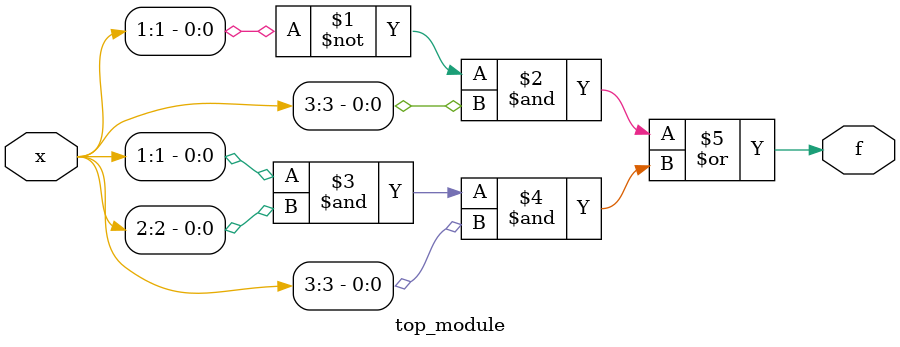
<source format=v>


module top_module (
    input [4:1] x,
    output f
);

    assign f = (~x[1] & x[3]) | (x[1] & x[2] & x[3]);

endmodule
</source>
